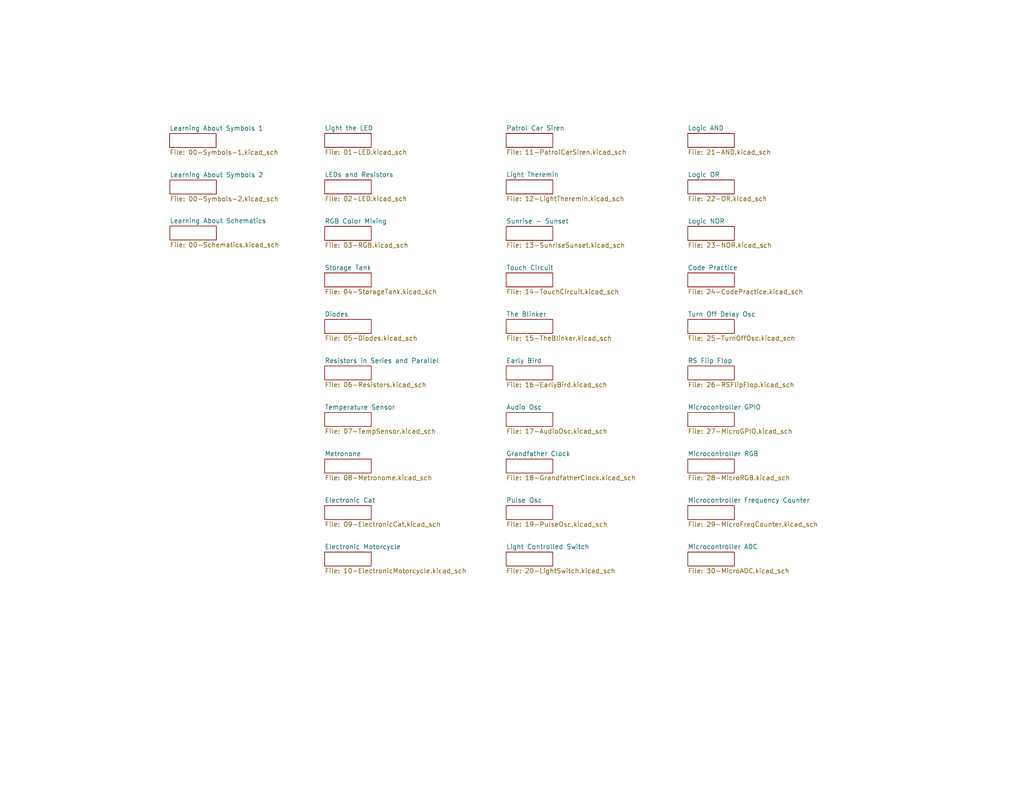
<source format=kicad_sch>
(kicad_sch (version 20211123) (generator eeschema)
  (paper "A")
  (title_block (title "30-IN-One Circuits") (date "2022-06-24") (rev "1.0") (company "DCZia"))
  (lib_symbols)
  (sheet (at 88.5952 87.2236) (size 12.7 3.81) (stroke (width 0.1524))
    (property "Sheet name" "Diodes" (at 88.5952 86.512 0) (effects (justify left bottom)))
    (property "Sheet file" "05-Diodes.kicad_sch" (at 88.5952 91.6182 0) (effects (justify left top)))
  )
  (sheet (at 46.3296 49.1744) (size 12.7 3.81) (stroke (width 0.1524))
    (property "Sheet name" "Learning About Symbols 2" (at 46.3296 48.4628 0) (effects (justify left bottom)))
    (property "Sheet file" "00-Symbols-2.kicad_sch" (at 46.3296 53.569 0) (effects (justify left top)))
  )
  (sheet (at 138.1252 112.6236) (size 12.7 3.81) (stroke (width 0.1524))
    (property "Sheet name" "Audio Osc" (at 138.1252 111.912 0) (effects (justify left bottom)))
    (property "Sheet file" "17-AudioOsc.kicad_sch" (at 138.1252 117.0182 0) (effects (justify left top)))
  )
  (sheet (at 88.5952 125.3236) (size 12.7 3.81) (stroke (width 0.1524))
    (property "Sheet name" "Metronone" (at 88.5952 124.612 0) (effects (justify left bottom)))
    (property "Sheet file" "08-Metronome.kicad_sch" (at 88.5952 129.7182 0) (effects (justify left top)))
  )
  (sheet (at 187.6552 99.9236) (size 12.7 3.81) (stroke (width 0.1524))
    (property "Sheet name" "RS Flip Flop" (at 187.6552 99.212 0) (effects (justify left bottom)))
    (property "Sheet file" "26-RSFlipFlop.kicad_sch" (at 187.6552 104.3182 0) (effects (justify left top)))
  )
  (sheet (at 88.5952 49.1236) (size 12.7 3.81) (stroke (width 0.1524))
    (property "Sheet name" "LEDs and Resistors" (at 88.5952 48.412 0) (effects (justify left bottom)))
    (property "Sheet file" "02-LED.kicad_sch" (at 88.5952 53.5182 0) (effects (justify left top)))
  )
  (sheet (at 88.5952 112.6236) (size 12.7 3.81) (stroke (width 0.1524))
    (property "Sheet name" "Temperature Sensor" (at 88.5952 111.912 0) (effects (justify left bottom)))
    (property "Sheet file" "07-TempSensor.kicad_sch" (at 88.5952 117.0182 0) (effects (justify left top)))
  )
  (sheet (at 138.1252 99.9236) (size 12.7 3.81) (stroke (width 0.1524))
    (property "Sheet name" "Early Bird" (at 138.1252 99.212 0) (effects (justify left bottom)))
    (property "Sheet file" "16-EarlyBird.kicad_sch" (at 138.1252 104.3182 0) (effects (justify left top)))
  )
  (sheet (at 88.5952 74.5236) (size 12.7 3.81) (stroke (width 0.1524))
    (property "Sheet name" "Storage Tank" (at 88.5952 73.812 0) (effects (justify left bottom)))
    (property "Sheet file" "04-StorageTank.kicad_sch" (at 88.5952 78.9182 0) (effects (justify left top)))
  )
  (sheet (at 88.5952 138.0236) (size 12.7 3.81) (stroke (width 0.1524))
    (property "Sheet name" "Electronic Cat" (at 88.5952 137.312 0) (effects (justify left bottom)))
    (property "Sheet file" "09-ElectronicCat.kicad_sch" (at 88.5952 142.4182 0) (effects (justify left top)))
  )
  (sheet (at 88.5952 150.7236) (size 12.7 3.81) (stroke (width 0.1524))
    (property "Sheet name" "Electronic Motorcycle" (at 88.5952 150.012 0) (effects (justify left bottom)))
    (property "Sheet file" "10-ElectronicMotorcycle.kicad_sch" (at 88.5952 155.1182 0) (effects (justify left top)))
  )
  (sheet (at 187.6552 74.5236) (size 12.7 3.81) (stroke (width 0.1524))
    (property "Sheet name" "Code Practice" (at 187.6552 73.812 0) (effects (justify left bottom)))
    (property "Sheet file" "24-CodePractice.kicad_sch" (at 187.6552 78.9182 0) (effects (justify left top)))
  )
  (sheet (at 88.5952 36.4236) (size 12.7 3.81) (stroke (width 0.1524))
    (property "Sheet name" "Light the LED" (at 88.5952 35.712 0) (effects (justify left bottom)))
    (property "Sheet file" "01-LED.kicad_sch" (at 88.5952 40.8182 0) (effects (justify left top)))
  )
  (sheet (at 138.1252 138.0236) (size 12.7 3.81) (stroke (width 0.1524))
    (property "Sheet name" "Pulse Osc" (at 138.1252 137.312 0) (effects (justify left bottom)))
    (property "Sheet file" "19-PulseOsc.kicad_sch" (at 138.1252 142.4182 0) (effects (justify left top)))
  )
  (sheet (at 187.6552 112.6236) (size 12.7 3.81) (stroke (width 0.1524))
    (property "Sheet name" "Microcontroller GPIO" (at 187.6552 111.912 0) (effects (justify left bottom)))
    (property "Sheet file" "27-MicroGPIO.kicad_sch" (at 187.6552 117.0182 0) (effects (justify left top)))
  )
  (sheet (at 187.6552 138.0236) (size 12.7 3.81) (stroke (width 0.1524))
    (property "Sheet name" "Microcontroller Frequency Counter" (at 187.6552 137.312 0) (effects (justify left bottom)))
    (property "Sheet file" "29-MicroFreqCounter.kicad_sch" (at 187.6552 142.4182 0) (effects (justify left top)))
  )
  (sheet (at 138.1252 61.8236) (size 12.7 3.81) (stroke (width 0.1524))
    (property "Sheet name" "Sunrise - Sunset" (at 138.1252 61.112 0) (effects (justify left bottom)))
    (property "Sheet file" "13-SunriseSunset.kicad_sch" (at 138.1252 66.2182 0) (effects (justify left top)))
  )
  (sheet (at 187.6552 49.1236) (size 12.7 3.81) (stroke (width 0.1524))
    (property "Sheet name" "Logic OR" (at 187.6552 48.412 0) (effects (justify left bottom)))
    (property "Sheet file" "22-OR.kicad_sch" (at 187.6552 53.5182 0) (effects (justify left top)))
  )
  (sheet (at 88.5952 99.9236) (size 12.7 3.81) (stroke (width 0.1524))
    (property "Sheet name" "Resistors in Series and Parallel" (at 88.5952 99.212 0) (effects (justify left bottom)))
    (property "Sheet file" "06-Resistors.kicad_sch" (at 88.5952 104.3182 0) (effects (justify left top)))
  )
  (sheet (at 138.1252 87.2236) (size 12.7 3.81) (stroke (width 0.1524))
    (property "Sheet name" "The Blinker" (at 138.1252 86.512 0) (effects (justify left bottom)))
    (property "Sheet file" "15-TheBlinker.kicad_sch" (at 138.1252 91.6182 0) (effects (justify left top)))
  )
  (sheet (at 138.1252 150.7236) (size 12.7 3.81) (stroke (width 0.1524))
    (property "Sheet name" "Light Controlled Switch" (at 138.1252 150.012 0) (effects (justify left bottom)))
    (property "Sheet file" "20-LightSwitch.kicad_sch" (at 138.1252 155.1182 0) (effects (justify left top)))
  )
  (sheet (at 46.3296 61.722) (size 12.7 3.81) (stroke (width 0.1524))
    (property "Sheet name" "Learning About Schematics" (at 46.3296 61.0104 0) (effects (justify left bottom)))
    (property "Sheet file" "00-Schematics.kicad_sch" (at 46.3296 66.1166 0) (effects (justify left top)))
  )
  (sheet (at 187.6552 150.7236) (size 12.7 3.81) (stroke (width 0.1524))
    (property "Sheet name" "Microcontroller ADC" (at 187.6552 150.012 0) (effects (justify left bottom)))
    (property "Sheet file" "30-MicroADC.kicad_sch" (at 187.6552 155.1182 0) (effects (justify left top)))
  )
  (sheet (at 46.2788 36.4744) (size 12.7 3.81) (stroke (width 0.1524))
    (property "Sheet name" "Learning About Symbols 1" (at 46.2788 35.7628 0) (effects (justify left bottom)))
    (property "Sheet file" "00-Symbols-1.kicad_sch" (at 46.2788 40.869 0) (effects (justify left top)))
  )
  (sheet (at 187.6552 61.8236) (size 12.7 3.81) (stroke (width 0.1524))
    (property "Sheet name" "Logic NOR" (at 187.6552 61.112 0) (effects (justify left bottom)))
    (property "Sheet file" "23-NOR.kicad_sch" (at 187.6552 66.2182 0) (effects (justify left top)))
  )
  (sheet (at 138.1252 125.3236) (size 12.7 3.81) (stroke (width 0.1524))
    (property "Sheet name" "Grandfather Clock" (at 138.1252 124.612 0) (effects (justify left bottom)))
    (property "Sheet file" "18-GrandfatherClock.kicad_sch" (at 138.1252 129.7182 0) (effects (justify left top)))
  )
  (sheet (at 88.5952 61.8236) (size 12.7 3.81) (stroke (width 0.1524))
    (property "Sheet name" "RGB Color Mixing" (at 88.5952 61.112 0) (effects (justify left bottom)))
    (property "Sheet file" "03-RGB.kicad_sch" (at 88.5952 66.2182 0) (effects (justify left top)))
  )
  (sheet (at 187.6552 125.3236) (size 12.7 3.81) (stroke (width 0.1524))
    (property "Sheet name" "Microcontroller RGB" (at 187.6552 124.612 0) (effects (justify left bottom)))
    (property "Sheet file" "28-MicroRGB.kicad_sch" (at 187.6552 129.7182 0) (effects (justify left top)))
  )
  (sheet (at 187.6552 36.4236) (size 12.7 3.81) (stroke (width 0.1524))
    (property "Sheet name" "Logic AND" (at 187.6552 35.712 0) (effects (justify left bottom)))
    (property "Sheet file" "21-AND.kicad_sch" (at 187.6552 40.8182 0) (effects (justify left top)))
  )
  (sheet (at 138.1252 74.5236) (size 12.7 3.81) (stroke (width 0.1524))
    (property "Sheet name" "Touch Circuit" (at 138.1252 73.812 0) (effects (justify left bottom)))
    (property "Sheet file" "14-TouchCircuit.kicad_sch" (at 138.1252 78.9182 0) (effects (justify left top)))
  )
  (sheet (at 187.6552 87.2236) (size 12.7 3.81) (stroke (width 0.1524))
    (property "Sheet name" "Turn Off Delay Osc" (at 187.6552 86.512 0) (effects (justify left bottom)))
    (property "Sheet file" "25-TurnOffOsc.kicad_sch" (at 187.6552 91.6182 0) (effects (justify left top)))
  )
  (sheet (at 138.1252 36.4236) (size 12.7 3.81) (stroke (width 0.1524))
    (property "Sheet name" "Patrol Car Siren" (at 138.1252 35.712 0) (effects (justify left bottom)))
    (property "Sheet file" "11-PatrolCarSiren.kicad_sch" (at 138.1252 40.8182 0) (effects (justify left top)))
  )
  (sheet (at 138.1252 49.1236) (size 12.7 3.81) (stroke (width 0.1524))
    (property "Sheet name" "Light Theremin" (at 138.1252 48.412 0) (effects (justify left bottom)))
    (property "Sheet file" "12-LightTheremin.kicad_sch" (at 138.1252 53.5182 0) (effects (justify left top)))
  )
)
</source>
